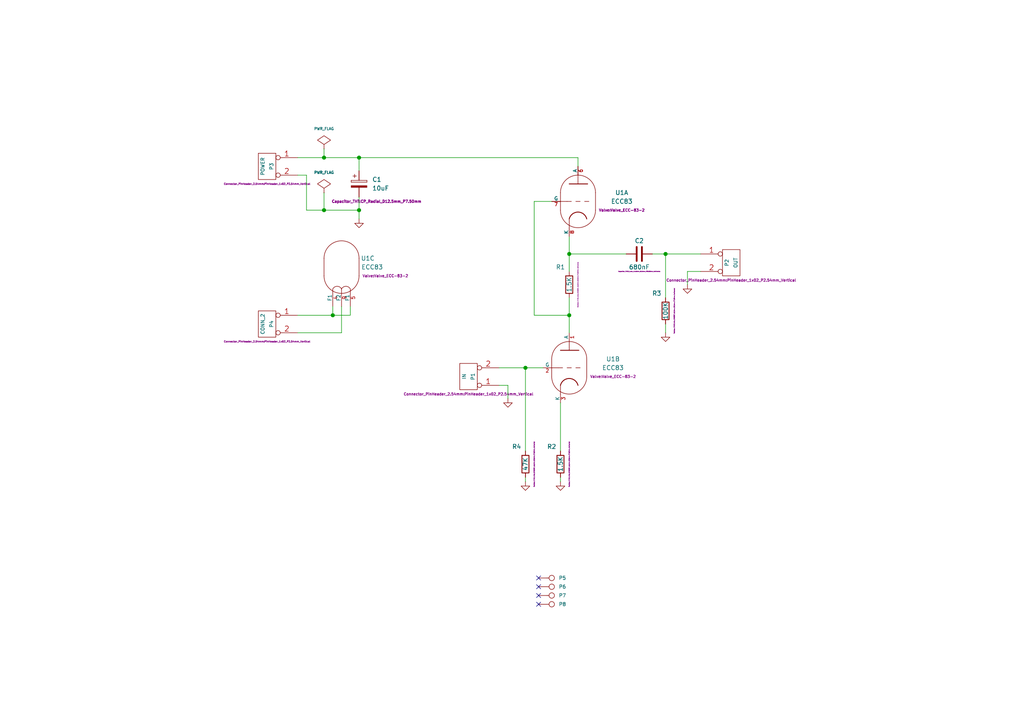
<source format=kicad_sch>
(kicad_sch (version 20250114) (generator "eeschema") (generator_version "9.0")
  (paper "A4")
  (title_block (title "ECC Push-Pull") (date "Sat 21 Mar 2015") (rev "0.1"))
  (lib_symbols
    (symbol "ecc83_schlib:C" (pin_numbers (hide yes)) (pin_names (offset 0.254))
      (property "Reference" "C" (at 0.635 2.54 0))
      (property "Value" "C" (at 0.635 -2.54 0))
      (symbol "C_0_1"
        (polyline (pts (xy -2.032 0.762) (xy 2.032 0.762)) (stroke (width 0.508)))
        (polyline (pts (xy -2.032 -0.762) (xy 2.032 -0.762)) (stroke (width 0.508)))
      )
      (symbol "C_1_1"
        (pin passive line (at 0 3.81 270) (length 2.794) (name "~") (number "1"))
        (pin passive line (at 0 -3.81 90) (length 2.794) (name "~") (number "2"))
      )
    )
    (symbol "ecc83_schlib:CONN_1" (pin_numbers (hide yes)) (pin_names (offset 0.762) (hide yes))
      (property "Reference" "P" (at 2.032 0 0))
      (property "Footprint" "MountingHole:MountingHole_3.2mm_M3_DIN965_Pad" (at 0 -1.27 0))
      (symbol "CONN_1_0_1"
        (polyline (pts (xy -0.762 0) (xy -1.27 0)))
        (circle (center 0 0) (radius 0.7874))
      )
      (symbol "CONN_1_1_1"
        (pin passive line (at -3.81 0 0) (length 2.54) (name "1") (number "1"))
      )
    )
    (symbol "ecc83_schlib:CONN_2" (pin_names (offset 1.016) (hide yes))
      (property "Reference" "P" (at -1.27 0 90))
      (property "Value" "CONN_2" (at 1.27 0 90))
      (symbol "CONN_2_0_1"
        (rectangle (start -2.54 3.81) (end 2.54 -3.81))
      )
      (symbol "CONN_2_1_1"
        (pin passive inverted (at -8.89 2.54 0) (length 6.35) (name "P1") (number "1"))
        (pin passive inverted (at -8.89 -2.54 0) (length 6.35) (name "PM") (number "2"))
      )
    )
    (symbol "ecc83_schlib:CP" (pin_numbers (hide yes)) (pin_names (offset 0.254))
      (property "Reference" "C" (at 0.635 2.54 0))
      (property "Value" "CP" (at 0.635 -2.54 0))
      (symbol "CP_0_1"
        (rectangle (start -2.286 0.508) (end -2.286 1.016))
        (rectangle (start -2.286 0.508) (end 2.286 0.508))
        (polyline (pts (xy -1.778 2.286) (xy -0.762 2.286)))
        (polyline (pts (xy -1.27 2.794) (xy -1.27 1.778)))
        (rectangle (start 2.286 1.016) (end -2.286 1.016))
        (rectangle (start 2.286 1.016) (end 2.286 0.508))
        (rectangle (start 2.286 -0.508) (end -2.286 -1.016) (fill (type outline)))
      )
      (symbol "CP_1_1"
        (pin passive line (at 0 3.81 270) (length 2.794) (name "~") (number "1"))
        (pin passive line (at 0 -3.81 90) (length 2.794) (name "~") (number "2"))
      )
    )
    (symbol "ecc83_schlib:ECC83" (pin_names (offset 0))
      (property "Reference" "U" (at 3.302 7.874 0))
      (property "Value" "ECC83" (at 8.89 -7.62 0))
      (symbol "ECC83_0_1"
        (polyline (pts (xy -5.08 2.54) (xy -5.08 -2.54) (xy -5.08 -2.54)))
        (arc (start -5.08 2.54) (mid 0 7.5979) (end 5.08 2.54))
        (arc (start 5.08 -2.54) (mid 0 -7.5979) (end -5.08 -2.54))
        (polyline (pts (xy 5.08 2.54) (xy 5.08 -2.54)))
      )
      (symbol "ECC83_1_0"
        (polyline (pts (xy -2.54 -5.08) (xy -2.54 -7.62)))
        (polyline (pts (xy 0 5.08) (xy 0 7.62)))
      )
      (symbol "ECC83_1_1"
        (polyline (pts (xy -5.08 0) (xy -3.175 0)))
        (polyline (pts (xy -2.54 5.08) (xy 2.794 5.08) (xy 2.794 5.08)) (stroke (width 0.254)))
        (polyline (pts (xy -1.905 0) (xy -3.175 0)) (stroke (width 0.1524)))
        (polyline (pts (xy -0.635 0) (xy 0.635 0)) (stroke (width 0.1524)))
        (arc (start -2.54 -5.08) (mid 0 -3.0968) (end 2.54 -5.08) (stroke (width 0.254)))
        (polyline (pts (xy 1.905 0) (xy 3.175 0)) (stroke (width 0.1524)))
        (pin input line (at -7.62 0 0) (length 2.54) (name "G") (number "7"))
        (pin passive line (at -2.54 -10.16 90) (length 2.54) (name "K") (number "8"))
        (pin passive line (at 0 10.16 270) (length 2.54) (name "A") (number "6"))
      )
      (symbol "ECC83_2_0"
        (polyline (pts (xy -2.54 -5.08) (xy -2.54 -7.62)))
        (polyline (pts (xy 0 5.08) (xy 0 7.62)))
      )
      (symbol "ECC83_2_1"
        (polyline (pts (xy -5.08 0) (xy -3.175 0)))
        (polyline (pts (xy -2.54 5.08) (xy 2.794 5.08) (xy 2.794 5.08)) (stroke (width 0.254)))
        (polyline (pts (xy -1.905 0) (xy -3.175 0)) (stroke (width 0.1524)))
        (polyline (pts (xy -0.635 0) (xy 0.635 0)) (stroke (width 0.1524)))
        (arc (start -2.54 -5.08) (mid 0 -3.0968) (end 2.54 -5.08) (stroke (width 0.254)))
        (polyline (pts (xy 1.905 0) (xy 3.175 0)) (stroke (width 0.1524)))
        (pin input line (at -7.62 0 0) (length 2.54) (name "G") (number "2"))
        (pin passive line (at -2.54 -10.16 90) (length 2.54) (name "K") (number "3"))
        (pin passive line (at 0 10.16 270) (length 2.54) (name "A") (number "1"))
      )
      (symbol "ECC83_3_1"
        (arc (start -2.54 -6.35) (mid -1.27 -5.5651) (end 0 -6.35))
        (arc (start 0 -6.35) (mid 1.27 -5.5651) (end 2.54 -6.35))
        (pin input line (at -2.54 -11.43 90) (length 5.08) (name "F1") (number "4"))
        (pin input line (at 0 -11.43 90) (length 5.08) (name "F2") (number "9"))
        (pin input line (at 2.54 -11.43 90) (length 5.08) (name "F1") (number "5"))
      )
    )
    (symbol "ecc83_schlib:GND" (power) (pin_names (offset 0))
      (property "Value" "GND" (at 0 -3.81 0))
      (symbol "GND_0_1"
        (polyline (pts (xy 0 0) (xy 0 -1.27) (xy 1.27 -1.27) (xy 0 -2.54) (xy -1.27 -1.27) (xy 0 -1.27)))
      )
      (symbol "GND_1_1"
        (pin power_in line (at 0 0 270) (length 0) (hide yes) (name "GND") (number "1"))
      )
    )
    (symbol "ecc83_schlib:PWR_FLAG" (power) (pin_numbers (hide yes)) (pin_names (offset 0) (hide yes))
      (property "Value" "PWR_FLAG" (at 0 4.572 0))
      (symbol "PWR_FLAG_0_0"
        (pin power_out line (at 0 0 90) (length 0) (name "pwr") (number "1"))
      )
      (symbol "PWR_FLAG_0_1"
        (polyline (pts (xy 0 0) (xy 0 1.27) (xy -1.905 2.54) (xy 0 3.81) (xy 1.905 2.54) (xy 0 1.27)))
      )
    )
    (symbol "ecc83_schlib:R" (pin_numbers (hide yes)) (pin_names (offset 0))
      (property "Reference" "R" (at 2.032 0 90))
      (property "Value" "R" (at 0 0 90))
      (symbol "R_0_1"
        (rectangle (start -1.016 -2.54) (end 1.016 2.54) (stroke (width 0.254)))
      )
      (symbol "R_1_1"
        (pin passive line (at 0 3.81 270) (length 1.27) (name "~") (number "1"))
        (pin passive line (at 0 -3.81 90) (length 1.27) (name "~") (number "2"))
      )
    )
  )
  (junction (at 96.52 91.44) (diameter 1.016))
  (junction (at 165.1 91.44) (diameter 1.016))
  (junction (at 104.14 45.72) (diameter 1.016))
  (junction (at 93.98 45.72) (diameter 1.016))
  (junction (at 152.4 106.68) (diameter 1.016))
  (junction (at 165.1 73.66) (diameter 1.016))
  (junction (at 104.14 60.96) (diameter 1.016))
  (junction (at 193.04 73.66) (diameter 1.016))
  (junction (at 93.98 60.96) (diameter 1.016))
  (no_connect (at 156.21 175.26))
  (no_connect (at 156.21 167.64))
  (no_connect (at 156.21 172.72))
  (no_connect (at 156.21 170.18))
  (wire (pts (xy 165.1 91.44) (xy 154.94 91.44)))
  (wire (pts (xy 144.78 106.68) (xy 152.4 106.68)))
  (wire (pts (xy 88.9 50.8) (xy 88.9 60.96)))
  (wire (pts (xy 147.32 111.76) (xy 144.78 111.76)))
  (wire (pts (xy 101.6 91.44) (xy 101.6 88.9)))
  (wire (pts (xy 104.14 57.15) (xy 104.14 60.96)))
  (wire (pts (xy 86.36 50.8) (xy 88.9 50.8)))
  (wire (pts (xy 165.1 73.66) (xy 181.61 73.66)))
  (wire (pts (xy 165.1 86.36) (xy 165.1 91.44)))
  (wire (pts (xy 203.2 78.74) (xy 199.39 78.74)))
  (wire (pts (xy 86.36 96.52) (xy 99.06 96.52)))
  (wire (pts (xy 96.52 91.44) (xy 101.6 91.44)))
  (wire (pts (xy 167.64 45.72) (xy 167.64 48.26)))
  (wire (pts (xy 189.23 73.66) (xy 193.04 73.66)))
  (wire (pts (xy 88.9 60.96) (xy 93.98 60.96)))
  (wire (pts (xy 162.56 138.43) (xy 162.56 139.7)))
  (wire (pts (xy 93.98 43.18) (xy 93.98 45.72)))
  (wire (pts (xy 104.14 49.53) (xy 104.14 45.72)))
  (wire (pts (xy 199.39 78.74) (xy 199.39 82.55)))
  (wire (pts (xy 193.04 93.98) (xy 193.04 96.52)))
  (wire (pts (xy 154.94 91.44) (xy 154.94 58.42)))
  (wire (pts (xy 93.98 60.96) (xy 93.98 55.88)))
  (wire (pts (xy 96.52 91.44) (xy 96.52 88.9)))
  (wire (pts (xy 147.32 115.57) (xy 147.32 111.76)))
  (wire (pts (xy 104.14 60.96) (xy 104.14 63.5)))
  (wire (pts (xy 165.1 73.66) (xy 165.1 78.74)))
  (wire (pts (xy 154.94 58.42) (xy 160.02 58.42)))
  (wire (pts (xy 152.4 130.81) (xy 152.4 106.68)))
  (wire (pts (xy 193.04 86.36) (xy 193.04 73.66)))
  (wire (pts (xy 93.98 60.96) (xy 104.14 60.96)))
  (wire (pts (xy 152.4 138.43) (xy 152.4 139.7)))
  (wire (pts (xy 86.36 91.44) (xy 96.52 91.44)))
  (wire (pts (xy 165.1 91.44) (xy 165.1 96.52)))
  (wire (pts (xy 86.36 45.72) (xy 93.98 45.72)))
  (wire (pts (xy 93.98 45.72) (xy 104.14 45.72)))
  (wire (pts (xy 162.56 116.84) (xy 162.56 130.81)))
  (wire (pts (xy 104.14 45.72) (xy 167.64 45.72)))
  (wire (pts (xy 152.4 106.68) (xy 157.48 106.68)))
  (wire (pts (xy 99.06 96.52) (xy 99.06 88.9)))
  (wire (pts (xy 193.04 73.66) (xy 203.2 73.66)))
  (wire (pts (xy 165.1 68.58) (xy 165.1 73.66)))
  (symbol (lib_id "ecc83_schlib:R") (at 165.1 82.55 180) (unit 1)
    (property "Reference" "R1" (at 162.56 77.47 0))
    (property "Value" "1.5K" (at 165.1 82.55 90))
    (property "Footprint" "Resistor_THT:R_Axial_DIN0207_L6.3mm_D2.5mm_P7.62mm_Horizontal" (at 167.64 82.55 90) (effects (font (size 0.254 0.254))))
  )
  (symbol (lib_id "ecc83_schlib:R") (at 162.56 134.62 0) (unit 1)
    (property "Reference" "R2" (at 160.02 129.54 0))
    (property "Value" "1.5K" (at 162.56 134.62 90))
    (property "Footprint" "Resistor_THT:R_Axial_DIN0207_L6.3mm_D2.5mm_P7.62mm_Horizontal" (at 165.1 134.62 90) (effects (font (size 0.254 0.254))))
  )
  (symbol (lib_id "ecc83_schlib:R") (at 152.4 134.62 0) (unit 1)
    (property "Reference" "R4" (at 149.86 129.54 0))
    (property "Value" "47K" (at 152.4 134.62 90))
    (property "Footprint" "Resistor_THT:R_Axial_DIN0207_L6.3mm_D2.5mm_P7.62mm_Horizontal" (at 154.94 134.62 90) (effects (font (size 0.254 0.254))))
  )
  (symbol (lib_id "ecc83_schlib:R") (at 193.04 90.17 0) (unit 1)
    (property "Reference" "R3" (at 190.5 85.09 0))
    (property "Value" "100K" (at 193.04 90.17 90))
    (property "Footprint" "Resistor_THT:R_Axial_DIN0207_L6.3mm_D2.5mm_P7.62mm_Horizontal" (at 195.58 90.17 90) (effects (font (size 0.254 0.254))))
  )
  (symbol (lib_id "ecc83_schlib:C") (at 185.42 73.66 270) (unit 1)
    (property "Reference" "C2" (at 185.42 69.85 90))
    (property "Value" "680nF" (at 185.42 77.47 90))
    (property "Footprint" "Capacitor_THT:C_Axial_L12.0mm_D6.5mm_P20.00mm_Horizontal" (at 185.42 78.74 90) (effects (font (size 0.254 0.254))))
  )
  (symbol (lib_id "ecc83_schlib:CONN_2") (at 135.89 109.22 180) (unit 1)
    (property "Reference" "P1" (at 137.16 109.22 90) (effects (font (size 1.016 1.016))))
    (property "Value" "IN" (at 134.62 109.22 90) (effects (font (size 1.016 1.016))))
    (property "Footprint" "Connector_PinHeader_2.54mm:PinHeader_1x02_P2.54mm_Vertical" (at 135.89 114.3 0) (effects (font (size 0.762 0.762))))
  )
  (symbol (lib_id "ecc83_schlib:CONN_2") (at 212.09 76.2 0) (unit 1)
    (property "Reference" "P2" (at 210.82 76.2 90) (effects (font (size 1.016 1.016))))
    (property "Value" "OUT" (at 213.36 76.2 90) (effects (font (size 1.016 1.016))))
    (property "Footprint" "Connector_PinHeader_2.54mm:PinHeader_1x02_P2.54mm_Vertical" (at 212.09 81.28 0) (effects (font (size 0.762 0.762))))
  )
  (symbol (lib_id "ecc83_schlib:CONN_2") (at 77.47 48.26 0) (mirror y) (unit 1)
    (property "Reference" "P3" (at 78.74 48.26 90) (effects (font (size 1.016 1.016))))
    (property "Value" "POWER" (at 76.2 48.26 90) (effects (font (size 1.016 1.016))))
    (property "Footprint" "Connector_PinHeader_2.54mm:PinHeader_1x02_P2.54mm_Vertical" (at 77.47 53.34 0) (effects (font (size 0.508 0.508))))
  )
  (symbol (lib_id "ecc83_schlib:CP") (at 104.14 53.34 0) (unit 1)
    (property "Reference" "C1" (at 107.95 52.07 0) (effects (justify left)))
    (property "Value" "10uF" (at 107.95 54.61 0) (effects (justify left)))
    (property "Footprint" "Capacitor_THT:CP_Radial_D12.5mm_P7.50mm" (at 109.22 58.42 0) (effects (font (size 0.762 0.762))))
  )
  (symbol (lib_id "ecc83_schlib:CONN_2") (at 77.47 93.98 0) (mirror y) (unit 1)
    (property "Reference" "P4" (at 78.74 93.98 90) (effects (font (size 1.016 1.016))))
    (property "Value" "CONN_2" (at 76.2 93.98 90) (effects (font (size 1.016 1.016))))
    (property "Footprint" "Connector_PinHeader_2.54mm:PinHeader_1x02_P2.54mm_Vertical" (at 77.47 99.06 0) (effects (font (size 0.508 0.508))))
  )
  (symbol (lib_id "ecc83_schlib:PWR_FLAG") (at 93.98 55.88 0) (unit 1)
    (property "Reference" "#FLG05" (effects (hide yes)))
    (property "Value" "PWR_FLAG" (at 93.98 50.038 0) (effects (font (size 0.762 0.762))))
  )
  (symbol (lib_id "ecc83_schlib:GND") (at 152.4 139.7 0) (unit 1)
    (property "Reference" "#PWR04" (effects (hide yes)))
    (property "Value" "GND" (effects (hide yes)))
  )
  (symbol (lib_id "ecc83_schlib:GND") (at 162.56 139.7 0) (unit 1)
    (property "Reference" "#PWR03" (effects (hide yes)))
    (property "Value" "GND" (effects (hide yes)))
  )
  (symbol (lib_id "ecc83_schlib:GND") (at 193.04 96.52 0) (unit 1)
    (property "Reference" "#PWR02" (effects (hide yes)))
    (property "Value" "GND" (effects (hide yes)))
  )
  (symbol (lib_id "ecc83_schlib:GND") (at 199.39 82.55 0) (unit 1)
    (property "Reference" "#PWR01" (effects (hide yes)))
    (property "Value" "GND" (effects (hide yes)))
  )
  (symbol (lib_id "ecc83_schlib:ECC83") (at 167.64 58.42 0) (unit 1)
    (property "Reference" "U1" (at 180.34 55.88 0))
    (property "Value" "ECC83" (at 180.34 58.42 0))
    (property "Footprint" "Valve:Valve_ECC-83-2" (at 180.34 60.96 0) (effects (font (size 0.762 0.762))))
  )
  (symbol (lib_id "ecc83_schlib:ECC83") (at 165.1 106.68 0) (unit 2)
    (property "Reference" "U1" (at 177.8 104.14 0))
    (property "Value" "ECC83" (at 177.8 106.68 0))
    (property "Footprint" "Valve:Valve_ECC-83-2" (at 177.8 109.22 0) (effects (font (size 0.762 0.762))))
  )
  (symbol (lib_id "ecc83_schlib:ECC83") (at 99.06 77.47 0) (unit 3)
    (property "Reference" "U1" (at 106.68 74.93 0))
    (property "Value" "ECC83" (at 107.95 77.47 0))
    (property "Footprint" "Valve:Valve_ECC-83-2" (at 111.76 80.01 0) (effects (font (size 0.762 0.762))))
  )
  (symbol (lib_id "ecc83_schlib:CONN_1") (at 160.02 167.64 0) (unit 1)
    (property "Reference" "P5" (at 162.052 167.64 0) (effects (font (size 1.016 1.016)) (justify left)))
    (property "Value" "CONN_1" (effects (hide yes)))
    (property "Footprint" "connect:1pin" (effects (hide yes)))
  )
  (symbol (lib_id "ecc83_schlib:CONN_1") (at 160.02 170.18 0) (unit 1)
    (property "Reference" "P6" (at 162.052 170.18 0) (effects (font (size 1.016 1.016)) (justify left)))
    (property "Value" "CONN_1" (effects (hide yes)))
    (property "Footprint" "connect:1pin" (effects (hide yes)))
  )
  (symbol (lib_id "ecc83_schlib:CONN_1") (at 160.02 172.72 0) (unit 1)
    (property "Reference" "P7" (at 162.052 172.72 0) (effects (font (size 1.016 1.016)) (justify left)))
    (property "Value" "CONN_1" (effects (hide yes)))
    (property "Footprint" "connect:1pin" (effects (hide yes)))
  )
  (symbol (lib_id "ecc83_schlib:CONN_1") (at 160.02 175.26 0) (unit 1)
    (property "Reference" "P8" (at 162.052 175.26 0) (effects (font (size 1.016 1.016)) (justify left)))
    (property "Value" "CONN_1" (effects (hide yes)))
    (property "Footprint" "connect:1pin" (effects (hide yes)))
  )
  (symbol (lib_id "ecc83_schlib:PWR_FLAG") (at 93.98 43.18 0) (unit 1)
    (property "Reference" "#FLG06" (effects (hide yes)))
    (property "Value" "PWR_FLAG" (at 93.98 37.338 0) (effects (font (size 0.762 0.762))))
  )
  (symbol (lib_id "ecc83_schlib:GND") (at 104.14 63.5 0) (unit 1)
    (property "Reference" "#PWR07" (effects (hide yes)))
    (property "Value" "GND" (effects (hide yes)))
  )
  (symbol (lib_id "ecc83_schlib:GND") (at 147.32 115.57 0) (unit 1)
    (property "Reference" "#PWR08" (effects (hide yes)))
    (property "Value" "GND" (effects (hide yes)))
  )
)
</source>
